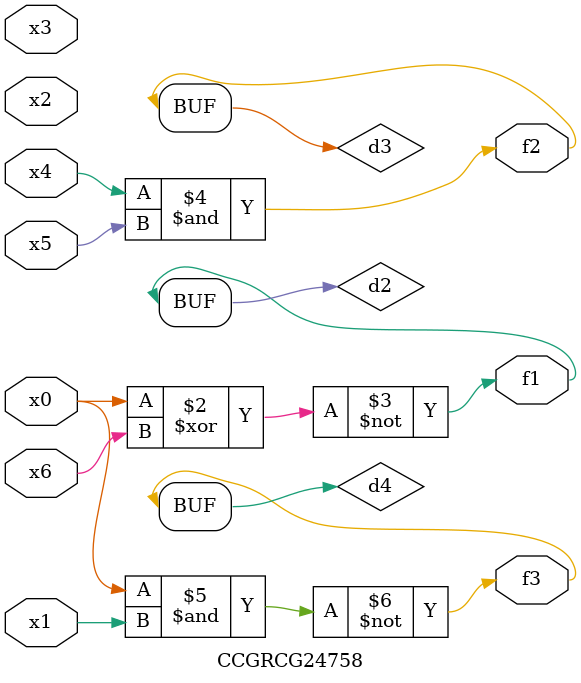
<source format=v>
module CCGRCG24758(
	input x0, x1, x2, x3, x4, x5, x6,
	output f1, f2, f3
);

	wire d1, d2, d3, d4;

	nor (d1, x0);
	xnor (d2, x0, x6);
	and (d3, x4, x5);
	nand (d4, x0, x1);
	assign f1 = d2;
	assign f2 = d3;
	assign f3 = d4;
endmodule

</source>
